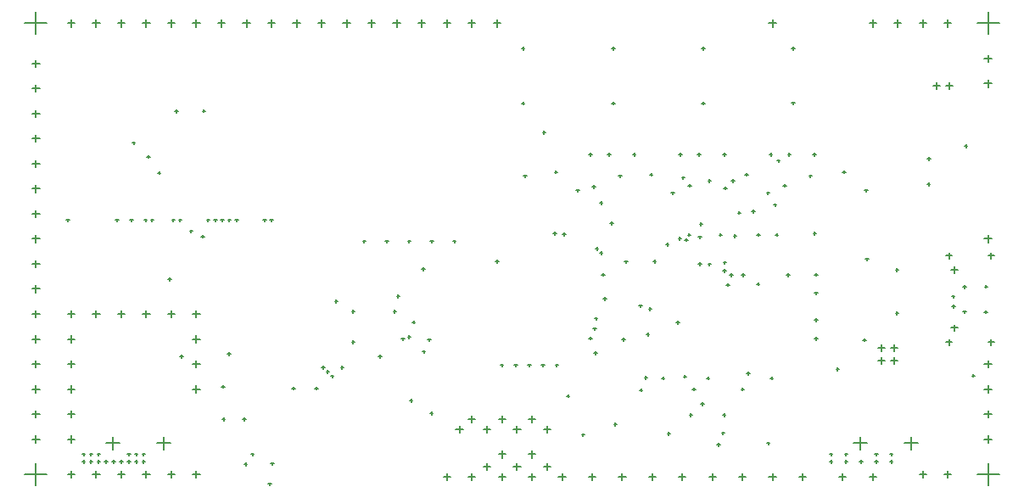
<source format=gbr>
%TF.GenerationSoftware,Altium Limited,Altium Designer,21.0.9 (235)*%
G04 Layer_Color=128*
%FSLAX45Y45*%
%MOMM*%
%TF.SameCoordinates,23D9C264-9E25-4532-ABEF-1D24AEF7D3CB*%
%TF.FilePolarity,Positive*%
%TF.FileFunction,Drillmap*%
%TF.Part,Single*%
G01*
G75*
%TA.AperFunction,NonConductor*%
%ADD169C,0.12700*%
D169*
X8651500Y1513500D02*
X8721500D01*
X8686500Y1478500D02*
Y1548500D01*
X8778500Y1513500D02*
X8848500D01*
X8813500Y1478500D02*
Y1548500D01*
X8651500Y1386500D02*
X8721500D01*
X8686500Y1351500D02*
Y1421500D01*
X8778500Y1386500D02*
X8848500D01*
X8813500Y1351500D02*
Y1421500D01*
X9328500Y4125000D02*
X9398500D01*
X9363500Y4090000D02*
Y4160000D01*
X9201500Y4125000D02*
X9271500D01*
X9236500Y4090000D02*
Y4160000D01*
X8411000Y558800D02*
X8541000D01*
X8476000Y493800D02*
Y623800D01*
X140000Y250000D02*
X360000D01*
X250000Y140000D02*
Y360000D01*
X9640000Y250000D02*
X9860000D01*
X9750000Y140000D02*
Y360000D01*
X9640000Y4750000D02*
X9860000D01*
X9750000Y4640000D02*
Y4860000D01*
X140000Y4750000D02*
X360000D01*
X250000Y4640000D02*
Y4860000D01*
X9752000Y1568000D02*
X9812000D01*
X9782000Y1538000D02*
Y1598000D01*
X9334000Y2432000D02*
X9394000D01*
X9364000Y2402000D02*
Y2462000D01*
X9334000Y1568000D02*
X9394000D01*
X9364000Y1538000D02*
Y1598000D01*
X9752000Y2432000D02*
X9812000D01*
X9782000Y2402000D02*
Y2462000D01*
X9384500Y2289000D02*
X9449500D01*
X9417000Y2256500D02*
Y2321500D01*
X9384500Y1711000D02*
X9449500D01*
X9417000Y1678500D02*
Y1743500D01*
X8919000Y558800D02*
X9049000D01*
X8984000Y493800D02*
Y623800D01*
X951000Y558800D02*
X1081000D01*
X1016000Y493800D02*
Y623800D01*
X1459000Y558800D02*
X1589000D01*
X1524000Y493800D02*
Y623800D01*
X1564500Y2197600D02*
X1604500D01*
X1584500Y2177600D02*
Y2217600D01*
X7140180Y2141220D02*
X7170180D01*
X7155180Y2126220D02*
Y2156220D01*
X9143180Y3146000D02*
X9173180D01*
X9158180Y3131000D02*
Y3161000D01*
X9145300Y3400000D02*
X9175300D01*
X9160300Y3385000D02*
Y3415000D01*
X9516140Y3527000D02*
X9546140D01*
X9531140Y3512000D02*
Y3542000D01*
X8501620Y1590040D02*
X8531620D01*
X8516620Y1575040D02*
Y1605040D01*
X4314440Y225000D02*
X4385560D01*
X4350000Y189440D02*
Y260560D01*
X4439440Y700000D02*
X4510560D01*
X4475000Y664440D02*
Y735560D01*
X5314440Y700000D02*
X5385560D01*
X5350000Y664440D02*
Y735560D01*
X5314440Y325000D02*
X5385560D01*
X5350000Y289440D02*
Y360560D01*
X5014440Y325000D02*
X5085560D01*
X5050000Y289440D02*
Y360560D01*
X4714440Y325000D02*
X4785560D01*
X4750000Y289440D02*
Y360560D01*
X5014440Y700000D02*
X5085560D01*
X5050000Y664440D02*
Y735560D01*
X4714440Y700000D02*
X4785560D01*
X4750000Y664440D02*
Y735560D01*
X4864440Y450000D02*
X4935560D01*
X4900000Y414440D02*
Y485560D01*
X5164440Y450000D02*
X5235560D01*
X5200000Y414440D02*
Y485560D01*
X5164440Y800000D02*
X5235560D01*
X5200000Y764440D02*
Y835560D01*
X4864440Y800000D02*
X4935560D01*
X4900000Y764440D02*
Y835560D01*
X4564440Y800000D02*
X4635560D01*
X4600000Y764440D02*
Y835560D01*
X8517940Y3082500D02*
X8547940D01*
X8532940Y3067500D02*
Y3097500D01*
X7540840Y3057500D02*
X7570840D01*
X7555840Y3042500D02*
Y3072500D01*
X7188440Y3180080D02*
X7218440D01*
X7203440Y3165080D02*
Y3195080D01*
X6590880Y3057500D02*
X6620880D01*
X6605880Y3042500D02*
Y3072500D01*
X5642500Y3082500D02*
X5672500D01*
X5657500Y3067500D02*
Y3097500D01*
X8235000Y1300000D02*
X8265000D01*
X8250000Y1285000D02*
Y1315000D01*
X8564440Y225000D02*
X8635560D01*
X8600000Y189440D02*
Y260560D01*
X8264440Y225000D02*
X8335560D01*
X8300000Y189440D02*
Y260560D01*
X8170000Y450000D02*
X8200000D01*
X8185000Y435000D02*
Y465000D01*
X8320000Y450000D02*
X8350000D01*
X8335000Y435000D02*
Y465000D01*
X8170000Y375000D02*
X8200000D01*
X8185000Y360000D02*
Y390000D01*
X8320000Y375000D02*
X8350000D01*
X8335000Y360000D02*
Y390000D01*
X8470000Y375000D02*
X8500000D01*
X8485000Y360000D02*
Y390000D01*
X8620000Y375000D02*
X8650000D01*
X8635000Y360000D02*
Y390000D01*
X8770000Y450000D02*
X8800000D01*
X8785000Y435000D02*
Y465000D01*
X8620000Y450000D02*
X8650000D01*
X8635000Y435000D02*
Y465000D01*
X8770000Y375000D02*
X8800000D01*
X8785000Y360000D02*
Y390000D01*
X1310000Y375000D02*
X1340000D01*
X1325000Y360000D02*
Y390000D01*
X1160000Y450000D02*
X1190000D01*
X1175000Y435000D02*
Y465000D01*
X1235000Y450000D02*
X1265000D01*
X1250000Y435000D02*
Y465000D01*
X1310000Y450000D02*
X1340000D01*
X1325000Y435000D02*
Y465000D01*
X1235000Y375000D02*
X1265000D01*
X1250000Y360000D02*
Y390000D01*
X1160000Y375000D02*
X1190000D01*
X1175000Y360000D02*
Y390000D01*
X1085000Y375000D02*
X1115000D01*
X1100000Y360000D02*
Y390000D01*
X1010000Y375000D02*
X1040000D01*
X1025000Y360000D02*
Y390000D01*
X935000Y375000D02*
X965000D01*
X950000Y360000D02*
Y390000D01*
X860000Y375000D02*
X890000D01*
X875000Y360000D02*
Y390000D01*
X785000Y375000D02*
X815000D01*
X800000Y360000D02*
Y390000D01*
X710000Y375000D02*
X740000D01*
X725000Y360000D02*
Y390000D01*
X860000Y450000D02*
X890000D01*
X875000Y435000D02*
Y465000D01*
X785000Y450000D02*
X815000D01*
X800000Y435000D02*
Y465000D01*
X710000Y450000D02*
X740000D01*
X725000Y435000D02*
Y465000D01*
X2312500Y800000D02*
X2342500D01*
X2327500Y785000D02*
Y815000D01*
X2107500Y800000D02*
X2137500D01*
X2122500Y785000D02*
Y815000D01*
X7645000Y3380000D02*
X7675000D01*
X7660000Y3365000D02*
Y3395000D01*
X8527500Y2397500D02*
X8557500D01*
X8542500Y2382500D02*
Y2412500D01*
X5875000Y2957500D02*
X5905000D01*
X5890000Y2942500D02*
Y2972500D01*
X5977500Y2755000D02*
X6007500D01*
X5992500Y2740000D02*
Y2770000D01*
X1210000Y3557500D02*
X1240000D01*
X1225000Y3542500D02*
Y3572500D01*
X1357500Y3420000D02*
X1387500D01*
X1372500Y3405000D02*
Y3435000D01*
X1910000Y3877500D02*
X1940000D01*
X1925000Y3862500D02*
Y3892500D01*
X1635000Y3875000D02*
X1665000D01*
X1650000Y3860000D02*
Y3890000D01*
X7048100Y546900D02*
X7078100D01*
X7063100Y531900D02*
Y561900D01*
X7542500Y560000D02*
X7572500D01*
X7557500Y545000D02*
Y575000D01*
X7344969Y1256446D02*
X7374969D01*
X7359969Y1241446D02*
Y1271446D01*
X6872500Y2747500D02*
X6902500D01*
X6887500Y2732500D02*
Y2762500D01*
X6724189Y2590458D02*
X6754189D01*
X6739189Y2575458D02*
Y2605458D01*
X6660000Y2601510D02*
X6690000D01*
X6675000Y2586510D02*
Y2616510D01*
X6125000Y2372500D02*
X6155000D01*
X6140000Y2357500D02*
Y2387500D01*
X5912500Y2000000D02*
X5942500D01*
X5927500Y1985000D02*
Y2015000D01*
X5545202Y1032500D02*
X5575202D01*
X5560202Y1017500D02*
Y1047500D01*
X6942502Y1210203D02*
X6972502D01*
X6957502Y1195203D02*
Y1225203D01*
X9590000Y1235202D02*
X9620000D01*
X9605000Y1220202D02*
Y1250202D01*
X8827502Y1860205D02*
X8857502D01*
X8842502Y1845205D02*
Y1875205D01*
X8827502Y2289800D02*
X8857502D01*
X8842502Y2274800D02*
Y2304800D01*
X8004999Y3439800D02*
X8034999D01*
X8019999Y3424800D02*
Y3454800D01*
X7752498Y3439800D02*
X7782498D01*
X7767498Y3424800D02*
Y3454800D01*
X7567499Y3439800D02*
X7597499D01*
X7582499Y3424800D02*
Y3454800D01*
X7105001Y3439800D02*
X7135001D01*
X7120001Y3424800D02*
Y3454800D01*
X6852500Y3439800D02*
X6882500D01*
X6867500Y3424800D02*
Y3454800D01*
X6667501Y3439800D02*
X6697501D01*
X6682501Y3424800D02*
Y3454800D01*
X6204998Y3439800D02*
X6234998D01*
X6219998Y3424800D02*
Y3454800D01*
X5952501Y3439800D02*
X5982501D01*
X5967501Y3424800D02*
Y3454800D01*
X5767498Y3439800D02*
X5797498D01*
X5782498Y3424800D02*
Y3454800D01*
X5305000Y3660201D02*
X5334999D01*
X5320000Y3645201D02*
Y3675201D01*
X5115002Y3227299D02*
X5145002D01*
X5130002Y3212299D02*
Y3242299D01*
X5424797Y3267502D02*
X5454797D01*
X5439797Y3252502D02*
Y3282502D01*
X6064998Y3227299D02*
X6094998D01*
X6079998Y3212299D02*
Y3242299D01*
X6374796Y3242502D02*
X6404796D01*
X6389796Y3227502D02*
Y3257502D01*
X6694999Y3209798D02*
X6724999D01*
X6709999Y3194798D02*
Y3224798D01*
X7324800Y3242502D02*
X7354800D01*
X7339800Y3227502D02*
Y3257502D01*
X7964999Y3227299D02*
X7994999D01*
X7979999Y3212299D02*
Y3242299D01*
X8299800Y3267502D02*
X8329799D01*
X8314799Y3252502D02*
Y3282502D01*
X8007422Y2654899D02*
X8037422D01*
X8022422Y2639899D02*
Y2669899D01*
X6712100Y1227500D02*
X6742100D01*
X6727100Y1212500D02*
Y1242500D01*
X6800000Y1100000D02*
X6830000D01*
X6815000Y1085000D02*
Y1115000D01*
X7287500Y1100000D02*
X7317500D01*
X7302500Y1085000D02*
Y1115000D01*
X6017297Y750001D02*
X6047297D01*
X6032297Y735001D02*
Y765001D01*
X5770201Y1607500D02*
X5800200D01*
X5785201Y1592500D02*
Y1622500D01*
X5895204Y2242500D02*
X5925204D01*
X5910204Y2227500D02*
Y2257500D01*
X7577502Y1210203D02*
X7607502D01*
X7592502Y1195203D02*
Y1225203D01*
X6492500Y1210203D02*
X6522500D01*
X6507500Y1195203D02*
Y1225203D01*
X7252499Y2860203D02*
X7282499D01*
X7267499Y2845203D02*
Y2875203D01*
X7067500Y2639797D02*
X7097500D01*
X7082500Y2624797D02*
Y2654797D01*
X7627499Y2639797D02*
X7657499D01*
X7642499Y2624797D02*
Y2654797D01*
X7442501Y2639797D02*
X7472501D01*
X7457501Y2624797D02*
Y2654797D01*
X5817500Y1460200D02*
X5847500D01*
X5832500Y1445200D02*
Y1475200D01*
X6770204Y842498D02*
X6800204D01*
X6785204Y827498D02*
Y857498D01*
X6549798Y657499D02*
X6579798D01*
X6564798Y642499D02*
Y672499D01*
X5824800Y1805000D02*
X5854800D01*
X5839800Y1790000D02*
Y1820000D01*
X6099796Y1594998D02*
X6129796D01*
X6114796Y1579998D02*
Y1609998D01*
X5695205Y645003D02*
X5725204D01*
X5710204Y630003D02*
Y660002D01*
X8022500Y1602500D02*
X8052500D01*
X8037500Y1587500D02*
Y1617500D01*
X8022500Y1792500D02*
X8052500D01*
X8037500Y1777500D02*
Y1807500D01*
X7742500Y2237500D02*
X7772500D01*
X7757500Y2222500D02*
Y2252500D01*
X8022500Y2057500D02*
X8052500D01*
X8037500Y2042500D02*
Y2072500D01*
X8022500Y2242500D02*
X8052500D01*
X8037500Y2227500D02*
Y2257500D01*
X3896600Y1600200D02*
X3926600D01*
X3911600Y1585200D02*
Y1615200D01*
X3849970Y2029460D02*
X3879970D01*
X3864970Y2014460D02*
Y2044460D01*
X1463280Y3258820D02*
X1493280D01*
X1478280Y3243820D02*
Y3273820D01*
X6858240Y2347870D02*
X6888240D01*
X6873240Y2332870D02*
Y2362870D01*
X5832080Y2500270D02*
X5862080D01*
X5847080Y2485270D02*
Y2515270D01*
X5875260Y2458720D02*
X5905260D01*
X5890260Y2443720D02*
Y2473720D01*
X6957300Y2346960D02*
X6987300D01*
X6972300Y2331960D02*
Y2361960D01*
X6273099Y1091259D02*
X6303099D01*
X6288099Y1076259D02*
Y1106259D01*
X6322300Y1216660D02*
X6352300D01*
X6337300Y1201660D02*
Y1231660D01*
X6639800Y1765300D02*
X6669800D01*
X6654800Y1750300D02*
Y1780300D01*
X6759180Y3131820D02*
X6789180D01*
X6774180Y3116820D02*
Y3146820D01*
X5804140Y3119120D02*
X5834140D01*
X5819140Y3104120D02*
Y3134120D01*
X6408660Y2374900D02*
X6438660D01*
X6423660Y2359900D02*
Y2389900D01*
X6535660Y2545080D02*
X6565660D01*
X6550660Y2530080D02*
Y2560080D01*
X6754100Y2639800D02*
X6784100D01*
X6769100Y2624800D02*
Y2654800D01*
X5506661Y2646320D02*
X5536661D01*
X5521661Y2631320D02*
Y2661320D01*
X7112240Y3106420D02*
X7142240D01*
X7127240Y3091420D02*
Y3121420D01*
X7709140Y3130910D02*
X7739140D01*
X7724140Y3115910D02*
Y3145910D01*
X6860780Y2616200D02*
X6890780D01*
X6875780Y2601200D02*
Y2631200D01*
X7610080Y2938780D02*
X7640080D01*
X7625080Y2923780D02*
Y2953780D01*
X7211300Y2628900D02*
X7241300D01*
X7226300Y2613900D02*
Y2643900D01*
X7391640Y2872740D02*
X7421640D01*
X7406640Y2857740D02*
Y2887740D01*
X7109700Y2362200D02*
X7139700D01*
X7124700Y2347200D02*
Y2377200D01*
X7440398Y2149963D02*
X7470398D01*
X7455398Y2134963D02*
Y2164963D01*
X7107160Y2279460D02*
X7137160D01*
X7122160Y2264460D02*
Y2294460D01*
X7292580Y2237740D02*
X7322580D01*
X7307580Y2222740D02*
Y2252740D01*
X7173030Y2237910D02*
X7203030D01*
X7188030Y2222910D02*
Y2252910D01*
X6363310Y1899550D02*
X6393310D01*
X6378310Y1884550D02*
Y1914550D01*
X6268960Y1930400D02*
X6298960D01*
X6283960Y1915400D02*
Y1945400D01*
X6957300Y3180080D02*
X6987300D01*
X6972300Y3165080D02*
Y3195080D01*
X9715800Y1869440D02*
X9745800D01*
X9730800Y1854440D02*
Y1884440D01*
X9716948Y2124338D02*
X9746948D01*
X9731948Y2109338D02*
Y2139338D01*
X9499840Y2120900D02*
X9529840D01*
X9514840Y2105900D02*
Y2135900D01*
X6340080Y1648460D02*
X6370080D01*
X6355080Y1633460D02*
Y1663460D01*
X5809220Y1701800D02*
X5839220D01*
X5824220Y1686800D02*
Y1716800D01*
X4158530Y1592270D02*
X4188530D01*
X4173530Y1577270D02*
Y1607270D01*
X7102080Y840740D02*
X7132080D01*
X7117080Y825740D02*
Y855740D01*
X7091920Y660400D02*
X7121920D01*
X7106920Y645400D02*
Y675400D01*
X3290699Y1315000D02*
X3320699D01*
X3305699Y1300000D02*
Y1330000D01*
X9714440Y1100000D02*
X9785560D01*
X9750000Y1064440D02*
Y1135560D01*
X9714440Y850000D02*
X9785560D01*
X9750000Y814440D02*
Y885560D01*
X9714440Y600000D02*
X9785560D01*
X9750000Y564440D02*
Y635560D01*
X9064440Y250000D02*
X9135560D01*
X9100000Y214440D02*
Y285560D01*
X9314440Y250000D02*
X9385560D01*
X9350000Y214440D02*
Y285560D01*
X9714440Y1350000D02*
X9785560D01*
X9750000Y1314440D02*
Y1385560D01*
X9714440Y2600000D02*
X9785560D01*
X9750000Y2564440D02*
Y2635560D01*
X9714440Y4150000D02*
X9785560D01*
X9750000Y4114440D02*
Y4185560D01*
X9714440Y4400000D02*
X9785560D01*
X9750000Y4364440D02*
Y4435560D01*
X1814440Y1100000D02*
X1885560D01*
X1850000Y1064440D02*
Y1135560D01*
X1814440Y1350000D02*
X1885560D01*
X1850000Y1314440D02*
Y1385560D01*
X1814440Y1600000D02*
X1885560D01*
X1850000Y1564440D02*
Y1635560D01*
X1814440Y1850000D02*
X1885560D01*
X1850000Y1814440D02*
Y1885560D01*
X1564440Y1850000D02*
X1635560D01*
X1600000Y1814440D02*
Y1885560D01*
X1314440Y1850000D02*
X1385560D01*
X1350000Y1814440D02*
Y1885560D01*
X1064440Y1850000D02*
X1135560D01*
X1100000Y1814440D02*
Y1885560D01*
X814440Y1850000D02*
X885560D01*
X850000Y1814440D02*
Y1885560D01*
X564440Y1850000D02*
X635560D01*
X600000Y1814440D02*
Y1885560D01*
X564440Y1600000D02*
X635560D01*
X600000Y1564440D02*
Y1635560D01*
X564440Y1350000D02*
X635560D01*
X600000Y1314440D02*
Y1385560D01*
X564440Y1100000D02*
X635560D01*
X600000Y1064440D02*
Y1135560D01*
X564440Y850000D02*
X635560D01*
X600000Y814440D02*
Y885560D01*
X564440Y600000D02*
X635560D01*
X600000Y564440D02*
Y635560D01*
X564440Y250000D02*
X635560D01*
X600000Y214440D02*
Y285560D01*
X814440Y250000D02*
X885560D01*
X850000Y214440D02*
Y285560D01*
X1064440Y250000D02*
X1135560D01*
X1100000Y214440D02*
Y285560D01*
X1314440Y250000D02*
X1385560D01*
X1350000Y214440D02*
Y285560D01*
X1564440Y250000D02*
X1635560D01*
X1600000Y214440D02*
Y285560D01*
X1814440Y250000D02*
X1885560D01*
X1850000Y214440D02*
Y285560D01*
X8564440Y4750000D02*
X8635560D01*
X8600000Y4714440D02*
Y4785560D01*
X8814440Y4750000D02*
X8885560D01*
X8850000Y4714440D02*
Y4785560D01*
X9064440Y4750000D02*
X9135560D01*
X9100000Y4714440D02*
Y4785560D01*
X9314440Y4750000D02*
X9385560D01*
X9350000Y4714440D02*
Y4785560D01*
X4564440Y4750000D02*
X4635560D01*
X4600000Y4714440D02*
Y4785560D01*
X4814440Y4750000D02*
X4885560D01*
X4850000Y4714440D02*
Y4785560D01*
X7564440Y4750000D02*
X7635560D01*
X7600000Y4714440D02*
Y4785560D01*
X564440Y4750000D02*
X635560D01*
X600000Y4714440D02*
Y4785560D01*
X814440Y4750000D02*
X885560D01*
X850000Y4714440D02*
Y4785560D01*
X1064440Y4750000D02*
X1135560D01*
X1100000Y4714440D02*
Y4785560D01*
X1314440Y4750000D02*
X1385560D01*
X1350000Y4714440D02*
Y4785560D01*
X1564440Y4750000D02*
X1635560D01*
X1600000Y4714440D02*
Y4785560D01*
X1814440Y4750000D02*
X1885560D01*
X1850000Y4714440D02*
Y4785560D01*
X2064440Y4750000D02*
X2135560D01*
X2100000Y4714440D02*
Y4785560D01*
X2314440Y4750000D02*
X2385560D01*
X2350000Y4714440D02*
Y4785560D01*
X2564440Y4750000D02*
X2635560D01*
X2600000Y4714440D02*
Y4785560D01*
X2814440Y4750000D02*
X2885560D01*
X2850000Y4714440D02*
Y4785560D01*
X3064440Y4750000D02*
X3135560D01*
X3100000Y4714440D02*
Y4785560D01*
X3314440Y4750000D02*
X3385560D01*
X3350000Y4714440D02*
Y4785560D01*
X3564440Y4750000D02*
X3635560D01*
X3600000Y4714440D02*
Y4785560D01*
X3814440Y4750000D02*
X3885560D01*
X3850000Y4714440D02*
Y4785560D01*
X4064440Y4750000D02*
X4135560D01*
X4100000Y4714440D02*
Y4785560D01*
X4314440Y4750000D02*
X4385560D01*
X4350000Y4714440D02*
Y4785560D01*
X214440Y4350000D02*
X285560D01*
X250000Y4314440D02*
Y4385560D01*
X214440Y4100000D02*
X285560D01*
X250000Y4064440D02*
Y4135560D01*
X214440Y3850000D02*
X285560D01*
X250000Y3814440D02*
Y3885560D01*
X214440Y3600000D02*
X285560D01*
X250000Y3564440D02*
Y3635560D01*
X214440Y3350000D02*
X285560D01*
X250000Y3314440D02*
Y3385560D01*
X214440Y3100000D02*
X285560D01*
X250000Y3064440D02*
Y3135560D01*
X214440Y2850000D02*
X285560D01*
X250000Y2814440D02*
Y2885560D01*
X214440Y2600000D02*
X285560D01*
X250000Y2564440D02*
Y2635560D01*
X214440Y2350000D02*
X285560D01*
X250000Y2314440D02*
Y2385560D01*
X214440Y2100000D02*
X285560D01*
X250000Y2064440D02*
Y2135560D01*
X214440Y1850000D02*
X285560D01*
X250000Y1814440D02*
Y1885560D01*
X214440Y1600000D02*
X285560D01*
X250000Y1564440D02*
Y1635560D01*
X214440Y1350000D02*
X285560D01*
X250000Y1314440D02*
Y1385560D01*
X214440Y1100000D02*
X285560D01*
X250000Y1064440D02*
Y1135560D01*
X214440Y850000D02*
X285560D01*
X250000Y814440D02*
Y885560D01*
X214440Y600000D02*
X285560D01*
X250000Y564440D02*
Y635560D01*
X1685000Y1425000D02*
X1715000D01*
X1700000Y1410000D02*
Y1440000D01*
X4409680Y2575560D02*
X4439680D01*
X4424680Y2560560D02*
Y2590560D01*
X5412980Y2654300D02*
X5442980D01*
X5427980Y2639300D02*
Y2669300D01*
X3231120Y1978660D02*
X3261120D01*
X3246120Y1963660D02*
Y1993660D01*
X3190480Y1229360D02*
X3220480D01*
X3205480Y1214360D02*
Y1244360D01*
X4181080Y858520D02*
X4211080D01*
X4196080Y843520D02*
Y873520D01*
X3101183Y1318260D02*
X3131183D01*
X3116183Y1303260D02*
Y1333260D01*
X3147300Y1272540D02*
X3177300D01*
X3162300Y1257540D02*
Y1287540D01*
X2591040Y355600D02*
X2621040D01*
X2606040Y340600D02*
Y370600D01*
X3960000Y2575000D02*
X3990000D01*
X3975000Y2560000D02*
Y2590000D01*
X4185000Y2575000D02*
X4215000D01*
X4200000Y2560000D02*
Y2590000D01*
X3735000Y2575000D02*
X3765000D01*
X3750000Y2560000D02*
Y2590000D01*
X3510000Y2575000D02*
X3540000D01*
X3525000Y2560000D02*
Y2590000D01*
X4564440Y225000D02*
X4635560D01*
X4600000Y189440D02*
Y260560D01*
X4864440Y225000D02*
X4935560D01*
X4900000Y189440D02*
Y260560D01*
X5164440Y225000D02*
X5235560D01*
X5200000Y189440D02*
Y260560D01*
X5464440Y225000D02*
X5535560D01*
X5500000Y189440D02*
Y260560D01*
X5764440Y225000D02*
X5835560D01*
X5800000Y189440D02*
Y260560D01*
X6064440Y225000D02*
X6135560D01*
X6100000Y189440D02*
Y260560D01*
X6364440Y225000D02*
X6435560D01*
X6400000Y189440D02*
Y260560D01*
X6664440Y225000D02*
X6735560D01*
X6700000Y189440D02*
Y260560D01*
X6964440Y225000D02*
X7035560D01*
X7000000Y189440D02*
Y260560D01*
X7264440Y225000D02*
X7335560D01*
X7300000Y189440D02*
Y260560D01*
X7564440Y225000D02*
X7635560D01*
X7600000Y189440D02*
Y260560D01*
X7864440Y225000D02*
X7935560D01*
X7900000Y189440D02*
Y260560D01*
X2326880Y353060D02*
X2356880D01*
X2341880Y338060D02*
Y368060D01*
X2395460Y449580D02*
X2425460D01*
X2410460Y434580D02*
Y464580D01*
X3668450Y1425200D02*
X3698450D01*
X3683450Y1410200D02*
Y1440200D01*
X5158980Y1338580D02*
X5188980D01*
X5173980Y1323580D02*
Y1353580D01*
X5296140Y1338580D02*
X5326140D01*
X5311140Y1323580D02*
Y1353580D01*
X5021820Y1338580D02*
X5051820D01*
X5036820Y1323580D02*
Y1353580D01*
X5433300Y1338580D02*
X5463300D01*
X5448300Y1323580D02*
Y1353580D01*
X4884660Y1338580D02*
X4914660D01*
X4899660Y1323580D02*
Y1353580D01*
X7792960Y3954780D02*
X7822960D01*
X7807960Y3939780D02*
Y3969780D01*
X7792960Y4500880D02*
X7822960D01*
X7807960Y4485880D02*
Y4515880D01*
X6896340Y3952240D02*
X6926340D01*
X6911340Y3937240D02*
Y3967240D01*
X6896340Y4498340D02*
X6926340D01*
X6911340Y4483340D02*
Y4513340D01*
X5994640Y3952240D02*
X6024640D01*
X6009640Y3937240D02*
Y3967240D01*
X5994640Y4498340D02*
X6024640D01*
X6009640Y4483340D02*
Y4513340D01*
X553960Y2786380D02*
X583960D01*
X568960Y2771380D02*
Y2801380D01*
X1044180Y2786380D02*
X1074180D01*
X1059180Y2771380D02*
Y2801380D01*
X1186420Y2786380D02*
X1216420D01*
X1201420Y2771380D02*
Y2801380D01*
X1328660Y2786380D02*
X1358660D01*
X1343660Y2771380D02*
Y2801380D01*
X1394700Y2786380D02*
X1424700D01*
X1409700Y2771380D02*
Y2801380D01*
X1605520Y2786380D02*
X1635520D01*
X1620520Y2771380D02*
Y2801380D01*
X1674100Y2786380D02*
X1704100D01*
X1689100Y2771380D02*
Y2801380D01*
X1953500Y2786380D02*
X1983500D01*
X1968500Y2771380D02*
Y2801380D01*
X2024620Y2786380D02*
X2054620D01*
X2039620Y2771380D02*
Y2801380D01*
X2095740Y2786380D02*
X2125740D01*
X2110740Y2771380D02*
Y2801380D01*
X2585960Y2786380D02*
X2615960D01*
X2600960Y2771380D02*
Y2801380D01*
X2514840Y2786380D02*
X2544840D01*
X2529840Y2771380D02*
Y2801380D01*
X2235440Y2786380D02*
X2265440D01*
X2250440Y2771380D02*
Y2801380D01*
X2164320Y2786380D02*
X2194320D01*
X2179320Y2771380D02*
Y2801380D01*
X5095480Y4498340D02*
X5125480D01*
X5110480Y4483340D02*
Y4513340D01*
X5095480Y3952240D02*
X5125480D01*
X5110480Y3937240D02*
Y3967240D01*
X2161780Y1450340D02*
X2191780D01*
X2176780Y1435340D02*
Y1465340D01*
X4003280Y1767840D02*
X4033280D01*
X4018280Y1752840D02*
Y1782840D01*
X3815320Y1877060D02*
X3845320D01*
X3830320Y1862060D02*
Y1892060D01*
X4838940Y2376640D02*
X4868940D01*
X4853940Y2361640D02*
Y2391640D01*
X9499840Y1871980D02*
X9529840D01*
X9514840Y1856980D02*
Y1886980D01*
X2568180Y152400D02*
X2598180D01*
X2583180Y137400D02*
Y167400D01*
X6886360Y954220D02*
X6916360D01*
X6901360Y939220D02*
Y969220D01*
X1783320Y2677160D02*
X1813320D01*
X1798320Y2662160D02*
Y2692160D01*
X1898890Y2622867D02*
X1928890D01*
X1913890Y2607868D02*
Y2637867D01*
X4102340Y2299780D02*
X4132340D01*
X4117340Y2284780D02*
Y2314780D01*
X4104880Y1474940D02*
X4134880D01*
X4119880Y1459940D02*
Y1489940D01*
X3977880Y988060D02*
X4007880D01*
X3992880Y973060D02*
Y1003060D01*
X3960100Y1620520D02*
X3990100D01*
X3975100Y1605520D02*
Y1635520D01*
X3401300Y1874520D02*
X3431300D01*
X3416300Y1859520D02*
Y1889520D01*
X3401100Y1572340D02*
X3431100D01*
X3416100Y1557340D02*
Y1587340D01*
X3033000Y1107440D02*
X3063000D01*
X3048000Y1092440D02*
Y1122440D01*
X2806940Y1107440D02*
X2836940D01*
X2821940Y1092440D02*
Y1122440D01*
X2100820Y1125220D02*
X2130820D01*
X2115820Y1110220D02*
Y1140220D01*
X9388440Y2024380D02*
X9418440D01*
X9403440Y2009380D02*
Y2039380D01*
X9390620Y1925320D02*
X9420620D01*
X9405620Y1910320D02*
Y1940320D01*
%TF.MD5,759f656be36d2407d768106f42b3262b*%
M02*

</source>
